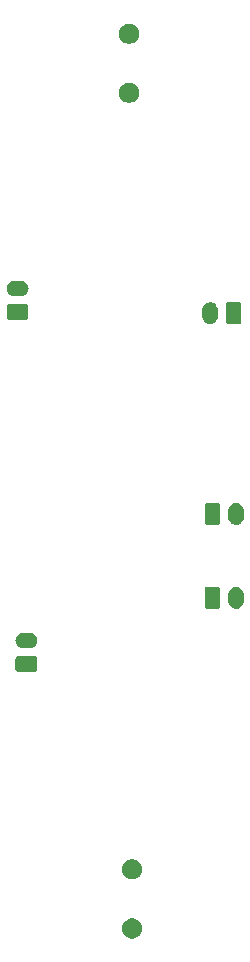
<source format=gbs>
G04 #@! TF.GenerationSoftware,KiCad,Pcbnew,(5.1.5-0)*
G04 #@! TF.CreationDate,2021-01-21T21:28:00-07:00*
G04 #@! TF.ProjectId,supercap,73757065-7263-4617-902e-6b696361645f,rev?*
G04 #@! TF.SameCoordinates,Original*
G04 #@! TF.FileFunction,Soldermask,Bot*
G04 #@! TF.FilePolarity,Negative*
%FSLAX46Y46*%
G04 Gerber Fmt 4.6, Leading zero omitted, Abs format (unit mm)*
G04 Created by KiCad (PCBNEW (5.1.5-0)) date 2021-01-21 21:28:00*
%MOMM*%
%LPD*%
G04 APERTURE LIST*
%ADD10C,0.100000*%
G04 APERTURE END LIST*
D10*
G36*
X133248228Y-136581703D02*
G01*
X133403100Y-136645853D01*
X133542481Y-136738985D01*
X133661015Y-136857519D01*
X133754147Y-136996900D01*
X133818297Y-137151772D01*
X133851000Y-137316184D01*
X133851000Y-137483816D01*
X133818297Y-137648228D01*
X133754147Y-137803100D01*
X133661015Y-137942481D01*
X133542481Y-138061015D01*
X133403100Y-138154147D01*
X133248228Y-138218297D01*
X133083816Y-138251000D01*
X132916184Y-138251000D01*
X132751772Y-138218297D01*
X132596900Y-138154147D01*
X132457519Y-138061015D01*
X132338985Y-137942481D01*
X132245853Y-137803100D01*
X132181703Y-137648228D01*
X132149000Y-137483816D01*
X132149000Y-137316184D01*
X132181703Y-137151772D01*
X132245853Y-136996900D01*
X132338985Y-136857519D01*
X132457519Y-136738985D01*
X132596900Y-136645853D01*
X132751772Y-136581703D01*
X132916184Y-136549000D01*
X133083816Y-136549000D01*
X133248228Y-136581703D01*
G37*
G36*
X133248228Y-131581703D02*
G01*
X133403100Y-131645853D01*
X133542481Y-131738985D01*
X133661015Y-131857519D01*
X133754147Y-131996900D01*
X133818297Y-132151772D01*
X133851000Y-132316184D01*
X133851000Y-132483816D01*
X133818297Y-132648228D01*
X133754147Y-132803100D01*
X133661015Y-132942481D01*
X133542481Y-133061015D01*
X133403100Y-133154147D01*
X133248228Y-133218297D01*
X133083816Y-133251000D01*
X132916184Y-133251000D01*
X132751772Y-133218297D01*
X132596900Y-133154147D01*
X132457519Y-133061015D01*
X132338985Y-132942481D01*
X132245853Y-132803100D01*
X132181703Y-132648228D01*
X132149000Y-132483816D01*
X132149000Y-132316184D01*
X132181703Y-132151772D01*
X132245853Y-131996900D01*
X132338985Y-131857519D01*
X132457519Y-131738985D01*
X132596900Y-131645853D01*
X132751772Y-131581703D01*
X132916184Y-131549000D01*
X133083816Y-131549000D01*
X133248228Y-131581703D01*
G37*
G36*
X124816242Y-114353404D02*
G01*
X124853337Y-114364657D01*
X124887515Y-114382925D01*
X124917481Y-114407519D01*
X124942075Y-114437485D01*
X124960343Y-114471663D01*
X124971596Y-114508758D01*
X124976000Y-114553474D01*
X124976000Y-115446526D01*
X124971596Y-115491242D01*
X124960343Y-115528337D01*
X124942075Y-115562515D01*
X124917481Y-115592481D01*
X124887515Y-115617075D01*
X124853337Y-115635343D01*
X124816242Y-115646596D01*
X124771526Y-115651000D01*
X123328474Y-115651000D01*
X123283758Y-115646596D01*
X123246663Y-115635343D01*
X123212485Y-115617075D01*
X123182519Y-115592481D01*
X123157925Y-115562515D01*
X123139657Y-115528337D01*
X123128404Y-115491242D01*
X123124000Y-115446526D01*
X123124000Y-114553474D01*
X123128404Y-114508758D01*
X123139657Y-114471663D01*
X123157925Y-114437485D01*
X123182519Y-114407519D01*
X123212485Y-114382925D01*
X123246663Y-114364657D01*
X123283758Y-114353404D01*
X123328474Y-114349000D01*
X124771526Y-114349000D01*
X124816242Y-114353404D01*
G37*
G36*
X124388855Y-112352140D02*
G01*
X124452618Y-112358420D01*
X124543404Y-112385960D01*
X124575336Y-112395646D01*
X124688425Y-112456094D01*
X124787554Y-112537446D01*
X124868906Y-112636575D01*
X124929354Y-112749664D01*
X124929355Y-112749668D01*
X124966580Y-112872382D01*
X124979149Y-113000000D01*
X124966580Y-113127618D01*
X124939040Y-113218404D01*
X124929354Y-113250336D01*
X124868906Y-113363425D01*
X124787554Y-113462554D01*
X124688425Y-113543906D01*
X124575336Y-113604354D01*
X124543404Y-113614040D01*
X124452618Y-113641580D01*
X124388855Y-113647860D01*
X124356974Y-113651000D01*
X123743026Y-113651000D01*
X123711145Y-113647860D01*
X123647382Y-113641580D01*
X123556596Y-113614040D01*
X123524664Y-113604354D01*
X123411575Y-113543906D01*
X123312446Y-113462554D01*
X123231094Y-113363425D01*
X123170646Y-113250336D01*
X123160960Y-113218404D01*
X123133420Y-113127618D01*
X123120851Y-113000000D01*
X123133420Y-112872382D01*
X123170645Y-112749668D01*
X123170646Y-112749664D01*
X123231094Y-112636575D01*
X123312446Y-112537446D01*
X123411575Y-112456094D01*
X123524664Y-112395646D01*
X123556596Y-112385960D01*
X123647382Y-112358420D01*
X123711145Y-112352140D01*
X123743026Y-112349000D01*
X124356974Y-112349000D01*
X124388855Y-112352140D01*
G37*
G36*
X141927617Y-108483420D02*
G01*
X142008399Y-108507925D01*
X142050335Y-108520646D01*
X142163424Y-108581094D01*
X142262554Y-108662447D01*
X142343906Y-108761575D01*
X142404354Y-108874664D01*
X142414040Y-108906596D01*
X142441580Y-108997382D01*
X142451000Y-109093027D01*
X142451000Y-109706973D01*
X142441580Y-109802618D01*
X142414040Y-109893404D01*
X142404354Y-109925336D01*
X142343906Y-110038425D01*
X142262554Y-110137554D01*
X142163425Y-110218906D01*
X142050336Y-110279354D01*
X142018404Y-110289040D01*
X141927618Y-110316580D01*
X141800000Y-110329149D01*
X141672383Y-110316580D01*
X141581597Y-110289040D01*
X141549665Y-110279354D01*
X141436576Y-110218906D01*
X141337447Y-110137554D01*
X141256096Y-110038427D01*
X141256095Y-110038425D01*
X141195647Y-109925336D01*
X141195645Y-109925333D01*
X141183237Y-109884427D01*
X141158420Y-109802618D01*
X141149000Y-109706973D01*
X141149000Y-109093028D01*
X141158420Y-108997383D01*
X141195645Y-108874669D01*
X141195646Y-108874665D01*
X141256094Y-108761576D01*
X141337447Y-108662446D01*
X141436575Y-108581094D01*
X141549664Y-108520646D01*
X141591600Y-108507925D01*
X141672382Y-108483420D01*
X141800000Y-108470851D01*
X141927617Y-108483420D01*
G37*
G36*
X140291242Y-108478404D02*
G01*
X140328337Y-108489657D01*
X140362515Y-108507925D01*
X140392481Y-108532519D01*
X140417075Y-108562485D01*
X140435343Y-108596663D01*
X140446596Y-108633758D01*
X140451000Y-108678474D01*
X140451000Y-110121526D01*
X140446596Y-110166242D01*
X140435343Y-110203337D01*
X140417075Y-110237515D01*
X140392481Y-110267481D01*
X140362515Y-110292075D01*
X140328337Y-110310343D01*
X140291242Y-110321596D01*
X140246526Y-110326000D01*
X139353474Y-110326000D01*
X139308758Y-110321596D01*
X139271663Y-110310343D01*
X139237485Y-110292075D01*
X139207519Y-110267481D01*
X139182925Y-110237515D01*
X139164657Y-110203337D01*
X139153404Y-110166242D01*
X139149000Y-110121526D01*
X139149000Y-108678474D01*
X139153404Y-108633758D01*
X139164657Y-108596663D01*
X139182925Y-108562485D01*
X139207519Y-108532519D01*
X139237485Y-108507925D01*
X139271663Y-108489657D01*
X139308758Y-108478404D01*
X139353474Y-108474000D01*
X140246526Y-108474000D01*
X140291242Y-108478404D01*
G37*
G36*
X141927617Y-101383420D02*
G01*
X142008399Y-101407925D01*
X142050335Y-101420646D01*
X142163424Y-101481094D01*
X142262554Y-101562447D01*
X142343906Y-101661575D01*
X142404354Y-101774664D01*
X142414040Y-101806596D01*
X142441580Y-101897382D01*
X142451000Y-101993027D01*
X142451000Y-102606973D01*
X142441580Y-102702618D01*
X142414040Y-102793404D01*
X142404354Y-102825336D01*
X142343906Y-102938425D01*
X142262554Y-103037554D01*
X142163425Y-103118906D01*
X142050336Y-103179354D01*
X142018404Y-103189040D01*
X141927618Y-103216580D01*
X141800000Y-103229149D01*
X141672383Y-103216580D01*
X141581597Y-103189040D01*
X141549665Y-103179354D01*
X141436576Y-103118906D01*
X141337447Y-103037554D01*
X141256096Y-102938427D01*
X141256095Y-102938425D01*
X141195647Y-102825336D01*
X141195645Y-102825333D01*
X141183237Y-102784427D01*
X141158420Y-102702618D01*
X141149000Y-102606973D01*
X141149000Y-101993028D01*
X141158420Y-101897383D01*
X141195645Y-101774669D01*
X141195646Y-101774665D01*
X141256094Y-101661576D01*
X141337447Y-101562446D01*
X141436575Y-101481094D01*
X141549664Y-101420646D01*
X141591600Y-101407925D01*
X141672382Y-101383420D01*
X141800000Y-101370851D01*
X141927617Y-101383420D01*
G37*
G36*
X140291242Y-101378404D02*
G01*
X140328337Y-101389657D01*
X140362515Y-101407925D01*
X140392481Y-101432519D01*
X140417075Y-101462485D01*
X140435343Y-101496663D01*
X140446596Y-101533758D01*
X140451000Y-101578474D01*
X140451000Y-103021526D01*
X140446596Y-103066242D01*
X140435343Y-103103337D01*
X140417075Y-103137515D01*
X140392481Y-103167481D01*
X140362515Y-103192075D01*
X140328337Y-103210343D01*
X140291242Y-103221596D01*
X140246526Y-103226000D01*
X139353474Y-103226000D01*
X139308758Y-103221596D01*
X139271663Y-103210343D01*
X139237485Y-103192075D01*
X139207519Y-103167481D01*
X139182925Y-103137515D01*
X139164657Y-103103337D01*
X139153404Y-103066242D01*
X139149000Y-103021526D01*
X139149000Y-101578474D01*
X139153404Y-101533758D01*
X139164657Y-101496663D01*
X139182925Y-101462485D01*
X139207519Y-101432519D01*
X139237485Y-101407925D01*
X139271663Y-101389657D01*
X139308758Y-101378404D01*
X139353474Y-101374000D01*
X140246526Y-101374000D01*
X140291242Y-101378404D01*
G37*
G36*
X139727618Y-84383420D02*
G01*
X139808400Y-84407925D01*
X139850336Y-84420646D01*
X139963425Y-84481094D01*
X140062554Y-84562446D01*
X140143906Y-84661575D01*
X140204354Y-84774664D01*
X140204355Y-84774668D01*
X140241580Y-84897382D01*
X140251000Y-84993027D01*
X140251000Y-85606973D01*
X140241580Y-85702618D01*
X140223410Y-85762515D01*
X140204354Y-85825336D01*
X140143906Y-85938425D01*
X140062554Y-86037553D01*
X139963424Y-86118906D01*
X139850335Y-86179354D01*
X139818403Y-86189040D01*
X139727617Y-86216580D01*
X139600000Y-86229149D01*
X139472382Y-86216580D01*
X139381596Y-86189040D01*
X139349664Y-86179354D01*
X139236575Y-86118906D01*
X139137447Y-86037554D01*
X139056094Y-85938424D01*
X138995646Y-85825335D01*
X138966863Y-85730449D01*
X138958420Y-85702617D01*
X138949000Y-85606972D01*
X138949000Y-84993027D01*
X138958420Y-84897382D01*
X138995645Y-84774668D01*
X138995645Y-84774667D01*
X139030875Y-84708758D01*
X139056095Y-84661574D01*
X139069493Y-84645249D01*
X139137447Y-84562446D01*
X139236576Y-84481094D01*
X139349665Y-84420646D01*
X139391601Y-84407925D01*
X139472383Y-84383420D01*
X139600000Y-84370851D01*
X139727618Y-84383420D01*
G37*
G36*
X142091242Y-84378404D02*
G01*
X142128337Y-84389657D01*
X142162515Y-84407925D01*
X142192481Y-84432519D01*
X142217075Y-84462485D01*
X142235343Y-84496663D01*
X142246596Y-84533758D01*
X142251000Y-84578474D01*
X142251000Y-86021526D01*
X142246596Y-86066242D01*
X142235343Y-86103337D01*
X142217075Y-86137515D01*
X142192481Y-86167481D01*
X142162515Y-86192075D01*
X142128337Y-86210343D01*
X142091242Y-86221596D01*
X142046526Y-86226000D01*
X141153474Y-86226000D01*
X141108758Y-86221596D01*
X141071663Y-86210343D01*
X141037485Y-86192075D01*
X141007519Y-86167481D01*
X140982925Y-86137515D01*
X140964657Y-86103337D01*
X140953404Y-86066242D01*
X140949000Y-86021526D01*
X140949000Y-84578474D01*
X140953404Y-84533758D01*
X140964657Y-84496663D01*
X140982925Y-84462485D01*
X141007519Y-84432519D01*
X141037485Y-84407925D01*
X141071663Y-84389657D01*
X141108758Y-84378404D01*
X141153474Y-84374000D01*
X142046526Y-84374000D01*
X142091242Y-84378404D01*
G37*
G36*
X124066242Y-84553404D02*
G01*
X124103337Y-84564657D01*
X124137515Y-84582925D01*
X124167481Y-84607519D01*
X124192075Y-84637485D01*
X124210343Y-84671663D01*
X124221596Y-84708758D01*
X124226000Y-84753474D01*
X124226000Y-85646526D01*
X124221596Y-85691242D01*
X124210343Y-85728337D01*
X124192075Y-85762515D01*
X124167481Y-85792481D01*
X124137515Y-85817075D01*
X124103337Y-85835343D01*
X124066242Y-85846596D01*
X124021526Y-85851000D01*
X122578474Y-85851000D01*
X122533758Y-85846596D01*
X122496663Y-85835343D01*
X122462485Y-85817075D01*
X122432519Y-85792481D01*
X122407925Y-85762515D01*
X122389657Y-85728337D01*
X122378404Y-85691242D01*
X122374000Y-85646526D01*
X122374000Y-84753474D01*
X122378404Y-84708758D01*
X122389657Y-84671663D01*
X122407925Y-84637485D01*
X122432519Y-84607519D01*
X122462485Y-84582925D01*
X122496663Y-84564657D01*
X122533758Y-84553404D01*
X122578474Y-84549000D01*
X124021526Y-84549000D01*
X124066242Y-84553404D01*
G37*
G36*
X123638855Y-82552140D02*
G01*
X123702618Y-82558420D01*
X123793404Y-82585960D01*
X123825336Y-82595646D01*
X123938425Y-82656094D01*
X124037554Y-82737446D01*
X124118906Y-82836575D01*
X124179354Y-82949664D01*
X124179355Y-82949668D01*
X124216580Y-83072382D01*
X124229149Y-83200000D01*
X124216580Y-83327618D01*
X124189040Y-83418404D01*
X124179354Y-83450336D01*
X124118906Y-83563425D01*
X124037554Y-83662554D01*
X123938425Y-83743906D01*
X123825336Y-83804354D01*
X123793404Y-83814040D01*
X123702618Y-83841580D01*
X123638855Y-83847860D01*
X123606974Y-83851000D01*
X122993026Y-83851000D01*
X122961145Y-83847860D01*
X122897382Y-83841580D01*
X122806596Y-83814040D01*
X122774664Y-83804354D01*
X122661575Y-83743906D01*
X122562446Y-83662554D01*
X122481094Y-83563425D01*
X122420646Y-83450336D01*
X122410960Y-83418404D01*
X122383420Y-83327618D01*
X122370851Y-83200000D01*
X122383420Y-83072382D01*
X122420645Y-82949668D01*
X122420646Y-82949664D01*
X122481094Y-82836575D01*
X122562446Y-82737446D01*
X122661575Y-82656094D01*
X122774664Y-82595646D01*
X122806596Y-82585960D01*
X122897382Y-82558420D01*
X122961145Y-82552140D01*
X122993026Y-82549000D01*
X123606974Y-82549000D01*
X123638855Y-82552140D01*
G37*
G36*
X132998228Y-65831703D02*
G01*
X133153100Y-65895853D01*
X133292481Y-65988985D01*
X133411015Y-66107519D01*
X133504147Y-66246900D01*
X133568297Y-66401772D01*
X133601000Y-66566184D01*
X133601000Y-66733816D01*
X133568297Y-66898228D01*
X133504147Y-67053100D01*
X133411015Y-67192481D01*
X133292481Y-67311015D01*
X133153100Y-67404147D01*
X132998228Y-67468297D01*
X132833816Y-67501000D01*
X132666184Y-67501000D01*
X132501772Y-67468297D01*
X132346900Y-67404147D01*
X132207519Y-67311015D01*
X132088985Y-67192481D01*
X131995853Y-67053100D01*
X131931703Y-66898228D01*
X131899000Y-66733816D01*
X131899000Y-66566184D01*
X131931703Y-66401772D01*
X131995853Y-66246900D01*
X132088985Y-66107519D01*
X132207519Y-65988985D01*
X132346900Y-65895853D01*
X132501772Y-65831703D01*
X132666184Y-65799000D01*
X132833816Y-65799000D01*
X132998228Y-65831703D01*
G37*
G36*
X132998228Y-60831703D02*
G01*
X133153100Y-60895853D01*
X133292481Y-60988985D01*
X133411015Y-61107519D01*
X133504147Y-61246900D01*
X133568297Y-61401772D01*
X133601000Y-61566184D01*
X133601000Y-61733816D01*
X133568297Y-61898228D01*
X133504147Y-62053100D01*
X133411015Y-62192481D01*
X133292481Y-62311015D01*
X133153100Y-62404147D01*
X132998228Y-62468297D01*
X132833816Y-62501000D01*
X132666184Y-62501000D01*
X132501772Y-62468297D01*
X132346900Y-62404147D01*
X132207519Y-62311015D01*
X132088985Y-62192481D01*
X131995853Y-62053100D01*
X131931703Y-61898228D01*
X131899000Y-61733816D01*
X131899000Y-61566184D01*
X131931703Y-61401772D01*
X131995853Y-61246900D01*
X132088985Y-61107519D01*
X132207519Y-60988985D01*
X132346900Y-60895853D01*
X132501772Y-60831703D01*
X132666184Y-60799000D01*
X132833816Y-60799000D01*
X132998228Y-60831703D01*
G37*
M02*

</source>
